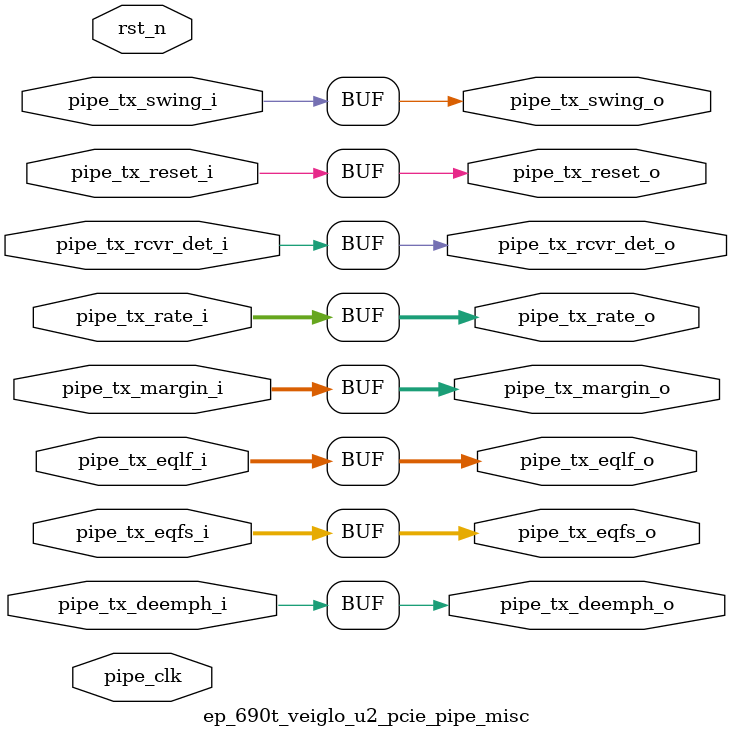
<source format=v>

`timescale 1ps/1ps

module ep_690t_veiglo_u2_pcie_pipe_misc #
(
  parameter        TCQ = 100,
  parameter        PIPE_PIPELINE_STAGES = 0    // 0 - 0 stages, 1 - 1 stage, 2 - 2 stages
) (

  input   wire        pipe_tx_rcvr_det_i      ,     // PIPE Tx Receiver Detect
  input   wire        pipe_tx_reset_i         ,     // PIPE Tx Reset
  input   wire [1:0]  pipe_tx_rate_i          ,     // PIPE Tx Rate
  input   wire        pipe_tx_deemph_i        ,     // PIPE Tx Deemphasis
  input   wire [2:0]  pipe_tx_margin_i        ,     // PIPE Tx Margin
  input   wire        pipe_tx_swing_i         ,     // PIPE Tx Swing
  input   wire [5:0]  pipe_tx_eqfs_i          ,     // PIPE Tx
  input   wire [5:0]  pipe_tx_eqlf_i          ,     // PIPE Tx
  output  wire        pipe_tx_rcvr_det_o      ,     // Pipelined PIPE Tx Receiver Detect
  output  wire        pipe_tx_reset_o         ,     // Pipelined PIPE Tx Reset
  output  wire [1:0]  pipe_tx_rate_o          ,     // Pipelined PIPE Tx Rate
  output  wire        pipe_tx_deemph_o        ,     // Pipelined PIPE Tx Deemphasis
  output  wire [2:0]  pipe_tx_margin_o        ,     // Pipelined PIPE Tx Margin
  output  wire        pipe_tx_swing_o         ,     // Pipelined PIPE Tx Swing
  output wire [5:0]  pipe_tx_eqfs_o           ,     // PIPE Tx
  output wire [5:0]  pipe_tx_eqlf_o           ,     // PIPE Tx

  input   wire        pipe_clk                ,     // PIPE Clock
  input   wire        rst_n                         // Reset
);

  //******************************************************************//
  // Reality check.                                                   //
  //******************************************************************//

  reg                pipe_tx_rcvr_det_q       ;
  reg                pipe_tx_reset_q          ;
  reg [1:0]          pipe_tx_rate_q           ;
  reg                pipe_tx_deemph_q         ;
  reg [2:0]          pipe_tx_margin_q         ;
  reg                pipe_tx_swing_q          ;
  reg                pipe_tx_eqfs_q          ;
  reg                pipe_tx_eqlf_q          ;

  reg                pipe_tx_rcvr_det_qq      ;
  reg                pipe_tx_reset_qq         ;
  reg [1:0]          pipe_tx_rate_qq          ;
  reg                pipe_tx_deemph_qq        ;
  reg [2:0]          pipe_tx_margin_qq        ;
  reg                pipe_tx_swing_qq         ;
  reg                pipe_tx_eqfs_qq          ;
  reg                pipe_tx_eqlf_qq          ;


  generate

  if (PIPE_PIPELINE_STAGES == 0) begin : pipe_stages_0

      assign pipe_tx_rcvr_det_o = pipe_tx_rcvr_det_i;
      assign pipe_tx_reset_o    = pipe_tx_reset_i;
      assign pipe_tx_rate_o     = pipe_tx_rate_i;
      assign pipe_tx_deemph_o   = pipe_tx_deemph_i;
      assign pipe_tx_margin_o   = pipe_tx_margin_i;
      assign pipe_tx_swing_o    = pipe_tx_swing_i;
      assign pipe_tx_eqfs_o     = pipe_tx_eqfs_i;
      assign pipe_tx_eqlf_o     = pipe_tx_eqlf_i;

  end // if (PIPE_PIPELINE_STAGES == 0)
  else if (PIPE_PIPELINE_STAGES == 1) begin : pipe_stages_1

    always @(posedge pipe_clk) begin

      if (!rst_n)
      begin

        pipe_tx_rcvr_det_q <= #TCQ 1'b0;
        pipe_tx_reset_q    <= #TCQ 1'b1;
        pipe_tx_rate_q     <= #TCQ 2'b0;
        pipe_tx_deemph_q   <= #TCQ 1'b1;
        pipe_tx_margin_q   <= #TCQ 3'b0;
        pipe_tx_swing_q    <= #TCQ 1'b0;
        pipe_tx_eqfs_q     <= #TCQ 5'b0;
        pipe_tx_eqlf_q     <= #TCQ 5'b0;

      end
      else
      begin

        pipe_tx_rcvr_det_q <= #TCQ pipe_tx_rcvr_det_i;
        pipe_tx_reset_q    <= #TCQ pipe_tx_reset_i;
        pipe_tx_rate_q     <= #TCQ pipe_tx_rate_i;
        pipe_tx_deemph_q   <= #TCQ pipe_tx_deemph_i;
        pipe_tx_margin_q   <= #TCQ pipe_tx_margin_i;
        pipe_tx_swing_q    <= #TCQ pipe_tx_swing_i;
        pipe_tx_eqfs_q     <= #TCQ pipe_tx_eqfs_i;
        pipe_tx_eqlf_q     <= #TCQ pipe_tx_eqlf_i;

      end

    end

    assign pipe_tx_rcvr_det_o = pipe_tx_rcvr_det_q;
    assign pipe_tx_reset_o    = pipe_tx_reset_q;
    assign pipe_tx_rate_o     = pipe_tx_rate_q;
    assign pipe_tx_deemph_o   = pipe_tx_deemph_q;
    assign pipe_tx_margin_o   = pipe_tx_margin_q;
    assign pipe_tx_swing_o    = pipe_tx_swing_q;
    assign pipe_tx_eqfs_o     = pipe_tx_eqfs_q;
    assign pipe_tx_eqlf_o     = pipe_tx_eqlf_q;

  end // if (PIPE_PIPELINE_STAGES == 1)
  else if (PIPE_PIPELINE_STAGES == 2) begin : pipe_stages_2

    always @(posedge pipe_clk) begin

      if (!rst_n)
      begin

        pipe_tx_rcvr_det_q  <= #TCQ 1'b0;
        pipe_tx_reset_q     <= #TCQ 1'b1;
        pipe_tx_rate_q      <= #TCQ 2'b0;
        pipe_tx_deemph_q    <= #TCQ 1'b1;
        pipe_tx_margin_q    <= #TCQ 1'b0;
        pipe_tx_swing_q     <= #TCQ 1'b0;
        pipe_tx_eqfs_q      <= #TCQ 5'b0;
        pipe_tx_eqlf_q      <= #TCQ 5'b0;

        pipe_tx_rcvr_det_qq <= #TCQ 1'b0;
        pipe_tx_reset_qq    <= #TCQ 1'b1;
        pipe_tx_rate_qq     <= #TCQ 2'b0;
        pipe_tx_deemph_qq   <= #TCQ 1'b1;
        pipe_tx_margin_qq   <= #TCQ 1'b0;
        pipe_tx_swing_qq    <= #TCQ 1'b0;
        pipe_tx_eqfs_qq     <= #TCQ 5'b0;
        pipe_tx_eqlf_qq     <= #TCQ 5'b0;

      end
      else
      begin

        pipe_tx_rcvr_det_q  <= #TCQ pipe_tx_rcvr_det_i;
        pipe_tx_reset_q     <= #TCQ pipe_tx_reset_i;
        pipe_tx_rate_q      <= #TCQ pipe_tx_rate_i;
        pipe_tx_deemph_q    <= #TCQ pipe_tx_deemph_i;
        pipe_tx_margin_q    <= #TCQ pipe_tx_margin_i;
        pipe_tx_swing_q     <= #TCQ pipe_tx_swing_i;
        pipe_tx_eqfs_q      <= #TCQ pipe_tx_eqfs_i;
        pipe_tx_eqlf_q      <= #TCQ pipe_tx_eqlf_i;

        pipe_tx_rcvr_det_qq <= #TCQ pipe_tx_rcvr_det_q;
        pipe_tx_reset_qq    <= #TCQ pipe_tx_reset_q;
        pipe_tx_rate_qq     <= #TCQ pipe_tx_rate_q;
        pipe_tx_deemph_qq   <= #TCQ pipe_tx_deemph_q;
        pipe_tx_margin_qq   <= #TCQ pipe_tx_margin_q;
        pipe_tx_swing_qq    <= #TCQ pipe_tx_swing_q;
        pipe_tx_eqfs_qq     <= #TCQ pipe_tx_eqfs_q;
        pipe_tx_eqlf_qq     <= #TCQ pipe_tx_eqlf_q;

      end

    end

    assign pipe_tx_rcvr_det_o = pipe_tx_rcvr_det_qq;
    assign pipe_tx_reset_o    = pipe_tx_reset_qq;
    assign pipe_tx_rate_o     = pipe_tx_rate_qq;
    assign pipe_tx_deemph_o   = pipe_tx_deemph_qq;
    assign pipe_tx_margin_o   = pipe_tx_margin_qq;
    assign pipe_tx_swing_o    = pipe_tx_swing_qq;
    assign pipe_tx_eqfs_o     = pipe_tx_eqfs_qq;
    assign pipe_tx_eqlf_o     = pipe_tx_eqlf_qq;

  end // if (PIPE_PIPELINE_STAGES == 2)

  // Default to zero pipeline stages if PIPE_PIPELINE_STAGES != 0,1,2
  else begin
    assign pipe_tx_rcvr_det_o = pipe_tx_rcvr_det_i;
    assign pipe_tx_reset_o    = pipe_tx_reset_i;
    assign pipe_tx_rate_o     = pipe_tx_rate_i;
    assign pipe_tx_deemph_o   = pipe_tx_deemph_i;
    assign pipe_tx_margin_o   = pipe_tx_margin_i;
    assign pipe_tx_swing_o    = pipe_tx_swing_i;
    assign pipe_tx_eqfs_o     = pipe_tx_eqfs_i;
    assign pipe_tx_eqlf_o     = pipe_tx_eqlf_i;
  end
  endgenerate

endmodule


</source>
